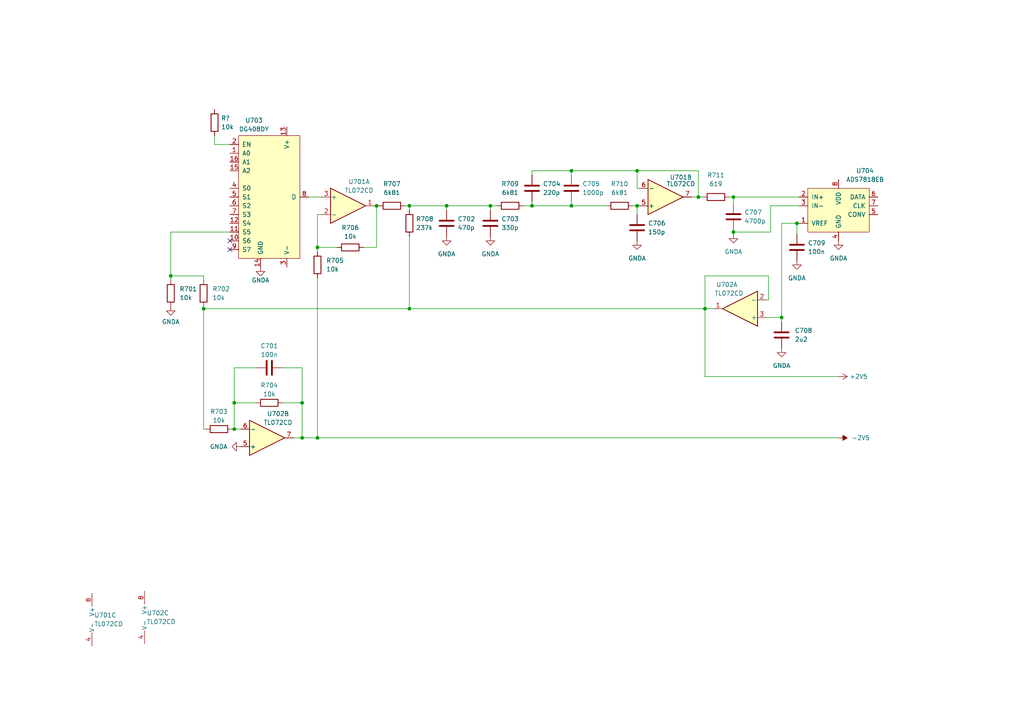
<source format=kicad_sch>
(kicad_sch (version 20230121) (generator eeschema)
  (paper "A4")
  (lib_symbols
    (symbol "Amplifier_Operational:TL072" (pin_names (offset 0.127))
      (property "Reference" "U" (at 0 5.08 0))
      (property "Value" "TL072" (at 0 -5.08 0))
      (symbol "TL072_1_1"
        (polyline (pts (xy -5.08 5.08) (xy 5.08 0) (xy -5.08 -5.08) (xy -5.08 5.08)) (stroke (width 0.254)) (fill (type background)))
        (pin output line (at 7.62 0 180) (length 2.54) (name "~") (number "1"))
        (pin input line (at -7.62 -2.54 0) (length 2.54) (name "-") (number "2"))
        (pin input line (at -7.62 2.54 0) (length 2.54) (name "+") (number "3"))
      )
      (symbol "TL072_2_1"
        (polyline (pts (xy -5.08 5.08) (xy 5.08 0) (xy -5.08 -5.08) (xy -5.08 5.08)) (stroke (width 0.254)) (fill (type background)))
        (pin input line (at -7.62 2.54 0) (length 2.54) (name "+") (number "5"))
        (pin input line (at -7.62 -2.54 0) (length 2.54) (name "-") (number "6"))
        (pin output line (at 7.62 0 180) (length 2.54) (name "~") (number "7"))
      )
      (symbol "TL072_3_1"
        (pin power_in line (at -2.54 -7.62 90) (length 3.81) (name "V-") (number "4"))
        (pin power_in line (at -2.54 7.62 270) (length 3.81) (name "V+") (number "8"))
      )
    )
    (symbol "Device:C" (pin_numbers hide) (pin_names (offset 0.254))
      (property "Reference" "C" (at 0.635 2.54 0))
      (property "Value" "C" (at 0.635 -2.54 0))
      (symbol "C_0_1"
        (polyline (pts (xy -2.032 -0.762) (xy 2.032 -0.762)) (stroke (width 0.508)))
        (polyline (pts (xy -2.032 0.762) (xy 2.032 0.762)) (stroke (width 0.508)))
      )
      (symbol "C_1_1"
        (pin passive line (at 0 3.81 270) (length 2.794) (name "~") (number "1"))
        (pin passive line (at 0 -3.81 90) (length 2.794) (name "~") (number "2"))
      )
    )
    (symbol "Device:R" (pin_numbers hide) (pin_names (offset 0))
      (property "Reference" "R" (at 2.032 0 90))
      (property "Value" "R" (at 0 0 90))
      (symbol "R_0_1"
        (rectangle (start -1.016 -2.54) (end 1.016 2.54) (stroke (width 0.254)))
      )
      (symbol "R_1_1"
        (pin passive line (at 0 3.81 270) (length 1.27) (name "~") (number "1"))
        (pin passive line (at 0 -3.81 90) (length 1.27) (name "~") (number "2"))
      )
    )
    (symbol "ETH1CFGEN1:ADS7818" (pin_names (offset 1.016))
      (property "Reference" "U" (at -6.35 7.62 0))
      (property "Value" "ADS7818" (at 6.35 7.62 0))
      (symbol "ADS7818_0_1"
        (rectangle (start -8.89 6.35) (end 8.89 -6.35) (fill (type background)))
      )
      (symbol "ADS7818_1_1"
        (pin output line (at -11.43 -3.81 0) (length 2.54) (name "VREF") (number "1"))
        (pin input line (at -11.43 3.81 0) (length 2.54) (name "IN+") (number "2"))
        (pin input line (at -11.43 1.27 0) (length 2.54) (name "IN-") (number "3"))
        (pin input line (at 0 -8.89 90) (length 2.54) (name "GND") (number "4"))
        (pin input line (at 11.43 -1.27 180) (length 2.54) (name "CONV") (number "5"))
        (pin input line (at 11.43 3.81 180) (length 2.54) (name "DATA") (number "6"))
        (pin input line (at 11.43 1.27 180) (length 2.54) (name "CLK") (number "7"))
        (pin passive line (at 0 8.89 270) (length 2.54) (name "VDD") (number "8"))
      )
    )
    (symbol "ETH1CFGEN1:DG408DY" (pin_names (offset 1.016))
      (property "Reference" "U" (at -7.62 19.05 0))
      (property "Value" "DG408DY" (at 0 0 0))
      (symbol "DG408DY_0_1"
        (rectangle (start -8.89 17.78) (end 8.89 -17.78) (fill (type background)))
      )
      (symbol "DG408DY_1_1"
        (pin input line (at -11.43 12.7 0) (length 2.54) (name "A0") (number "1"))
        (pin passive line (at -11.43 -12.7 0) (length 2.54) (name "S6") (number "10"))
        (pin passive line (at -11.43 -10.16 0) (length 2.54) (name "S5") (number "11"))
        (pin passive line (at -11.43 -7.62 0) (length 2.54) (name "S4") (number "12"))
        (pin passive line (at 5.08 20.32 270) (length 2.54) (name "V+") (number "13"))
        (pin passive line (at -2.54 -20.32 90) (length 2.54) (name "GND") (number "14"))
        (pin input line (at -11.43 7.62 0) (length 2.54) (name "A2") (number "15"))
        (pin input line (at -11.43 10.16 0) (length 2.54) (name "A1") (number "16"))
        (pin input line (at -11.43 15.24 0) (length 2.54) (name "EN") (number "2"))
        (pin passive line (at 5.08 -20.32 90) (length 2.54) (name "V-") (number "3"))
        (pin passive line (at -11.43 2.54 0) (length 2.54) (name "S0") (number "4"))
        (pin passive line (at -11.43 0 0) (length 2.54) (name "S1") (number "5"))
        (pin passive line (at -11.43 -2.54 0) (length 2.54) (name "S2") (number "6"))
        (pin passive line (at -11.43 -5.08 0) (length 2.54) (name "S3") (number "7"))
        (pin bidirectional line (at 11.43 0 180) (length 2.54) (name "D") (number "8"))
        (pin passive line (at -11.43 -15.24 0) (length 2.54) (name "S7") (number "9"))
      )
    )
    (symbol "power:+2V5" (power) (pin_names (offset 0))
      (property "Value" "+2V5" (at 0 3.556 0))
      (symbol "+2V5_0_1"
        (polyline (pts (xy -0.762 1.27) (xy 0 2.54)))
        (polyline (pts (xy 0 0) (xy 0 2.54)))
        (polyline (pts (xy 0 2.54) (xy 0.762 1.27)))
      )
      (symbol "+2V5_1_1"
        (pin power_in line (at 0 0 90) (length 0) hide (name "+2V5") (number "1"))
      )
    )
    (symbol "power:-2V5" (power) (pin_names (offset 0))
      (property "Value" "-2V5" (at 0 3.81 0))
      (symbol "-2V5_0_0"
        (pin power_in line (at 0 0 90) (length 0) hide (name "-2V5") (number "1"))
      )
      (symbol "-2V5_0_1"
        (polyline (pts (xy 0 0) (xy 0 1.27) (xy 0.762 1.27) (xy 0 2.54) (xy -0.762 1.27) (xy 0 1.27)) (fill (type outline)))
      )
    )
    (symbol "power:GNDA" (power) (pin_names (offset 0))
      (property "Value" "GNDA" (at 0 -3.81 0))
      (symbol "GNDA_0_1"
        (polyline (pts (xy 0 0) (xy 0 -1.27) (xy 1.27 -1.27) (xy 0 -2.54) (xy -1.27 -1.27) (xy 0 -1.27)))
      )
      (symbol "GNDA_1_1"
        (pin power_in line (at 0 0 270) (length 0) hide (name "GNDA") (number "1"))
      )
    )
  )
  (junction (at 87.63 127))
  (junction (at 142.24 59.69))
  (junction (at 154.305 59.69))
  (junction (at 129.54 59.69))
  (junction (at 231.14 64.77))
  (junction (at 204.47 89.535))
  (junction (at 202.565 57.15))
  (junction (at 87.63 116.84))
  (junction (at 49.53 80.01))
  (junction (at 67.945 124.46))
  (junction (at 59.055 89.535))
  (junction (at 118.745 59.69))
  (junction (at 165.735 49.53))
  (junction (at 165.735 59.69))
  (junction (at 184.785 59.69))
  (junction (at 226.695 92.075))
  (junction (at 212.725 57.15))
  (junction (at 184.785 49.53))
  (junction (at 92.075 127))
  (junction (at 118.745 89.535))
  (junction (at 92.075 71.755))
  (junction (at 212.725 67.31))
  (junction (at 109.22 59.69))
  (junction (at 67.945 116.84))
  (no_connect (at 66.675 72.39))
  (no_connect (at 66.675 69.85))
  (wire (pts (xy 59.055 89.535) (xy 118.745 89.535)))
  (wire (pts (xy 74.295 116.84) (xy 67.945 116.84)))
  (wire (pts (xy 183.515 59.69) (xy 184.785 59.69)))
  (wire (pts (xy 92.075 71.755) (xy 92.075 73.025)))
  (wire (pts (xy 204.47 89.535) (xy 204.47 109.22)))
  (wire (pts (xy 226.695 64.77) (xy 231.14 64.77)))
  (wire (pts (xy 87.63 106.68) (xy 87.63 116.84)))
  (wire (pts (xy 222.885 80.01) (xy 222.885 86.995)))
  (wire (pts (xy 87.63 116.84) (xy 81.915 116.84)))
  (wire (pts (xy 109.22 59.69) (xy 108.585 59.69)))
  (wire (pts (xy 212.725 67.31) (xy 212.725 67.945)))
  (wire (pts (xy 129.54 59.69) (xy 142.24 59.69)))
  (wire (pts (xy 212.725 57.15) (xy 211.455 57.15)))
  (wire (pts (xy 202.565 49.53) (xy 202.565 57.15)))
  (wire (pts (xy 97.79 71.755) (xy 92.075 71.755)))
  (wire (pts (xy 204.47 80.01) (xy 222.885 80.01)))
  (wire (pts (xy 204.47 109.22) (xy 243.205 109.22)))
  (wire (pts (xy 87.63 127) (xy 87.63 116.84)))
  (wire (pts (xy 184.785 49.53) (xy 184.785 54.61)))
  (wire (pts (xy 212.725 67.31) (xy 223.52 67.31)))
  (wire (pts (xy 62.23 41.91) (xy 62.23 39.37)))
  (wire (pts (xy 203.835 57.15) (xy 202.565 57.15)))
  (wire (pts (xy 117.475 59.69) (xy 118.745 59.69)))
  (wire (pts (xy 67.945 124.46) (xy 69.85 124.46)))
  (wire (pts (xy 165.735 50.8) (xy 165.735 49.53)))
  (wire (pts (xy 49.53 80.01) (xy 59.055 80.01)))
  (wire (pts (xy 59.055 124.46) (xy 59.055 89.535)))
  (wire (pts (xy 212.725 66.675) (xy 212.725 67.31)))
  (wire (pts (xy 129.54 59.69) (xy 118.745 59.69)))
  (wire (pts (xy 202.565 57.15) (xy 200.66 57.15)))
  (wire (pts (xy 92.075 80.645) (xy 92.075 127)))
  (wire (pts (xy 92.075 71.755) (xy 92.075 62.23)))
  (wire (pts (xy 81.915 106.68) (xy 87.63 106.68)))
  (wire (pts (xy 59.055 81.28) (xy 59.055 80.01)))
  (wire (pts (xy 49.53 80.01) (xy 49.53 81.28)))
  (wire (pts (xy 165.735 49.53) (xy 184.785 49.53)))
  (wire (pts (xy 154.305 58.42) (xy 154.305 59.69)))
  (wire (pts (xy 223.52 59.69) (xy 231.775 59.69)))
  (wire (pts (xy 154.305 49.53) (xy 154.305 50.8)))
  (wire (pts (xy 223.52 67.31) (xy 223.52 59.69)))
  (wire (pts (xy 89.535 57.15) (xy 93.345 57.15)))
  (wire (pts (xy 59.055 88.9) (xy 59.055 89.535)))
  (wire (pts (xy 118.745 89.535) (xy 118.745 68.58)))
  (wire (pts (xy 67.31 124.46) (xy 67.945 124.46)))
  (wire (pts (xy 222.25 92.075) (xy 226.695 92.075)))
  (wire (pts (xy 87.63 127) (xy 92.075 127)))
  (wire (pts (xy 165.735 59.69) (xy 175.895 59.69)))
  (wire (pts (xy 226.695 92.075) (xy 226.695 64.77)))
  (wire (pts (xy 92.075 127) (xy 243.205 127)))
  (wire (pts (xy 85.09 127) (xy 87.63 127)))
  (wire (pts (xy 226.695 92.075) (xy 226.695 93.345)))
  (wire (pts (xy 165.735 59.69) (xy 165.735 58.42)))
  (wire (pts (xy 67.945 106.68) (xy 67.945 116.84)))
  (wire (pts (xy 49.53 67.31) (xy 66.675 67.31)))
  (wire (pts (xy 154.305 59.69) (xy 165.735 59.69)))
  (wire (pts (xy 212.725 59.055) (xy 212.725 57.15)))
  (wire (pts (xy 184.785 59.69) (xy 185.42 59.69)))
  (wire (pts (xy 109.22 59.69) (xy 109.855 59.69)))
  (wire (pts (xy 184.785 62.23) (xy 184.785 59.69)))
  (wire (pts (xy 222.885 86.995) (xy 222.25 86.995)))
  (wire (pts (xy 49.53 67.31) (xy 49.53 80.01)))
  (wire (pts (xy 204.47 89.535) (xy 207.01 89.535)))
  (wire (pts (xy 66.675 41.91) (xy 62.23 41.91)))
  (wire (pts (xy 212.725 57.15) (xy 231.775 57.15)))
  (wire (pts (xy 151.765 59.69) (xy 154.305 59.69)))
  (wire (pts (xy 67.945 116.84) (xy 67.945 124.46)))
  (wire (pts (xy 129.54 60.96) (xy 129.54 59.69)))
  (wire (pts (xy 165.735 49.53) (xy 154.305 49.53)))
  (wire (pts (xy 59.69 124.46) (xy 59.055 124.46)))
  (wire (pts (xy 204.47 89.535) (xy 118.745 89.535)))
  (wire (pts (xy 184.785 49.53) (xy 202.565 49.53)))
  (wire (pts (xy 92.075 62.23) (xy 93.345 62.23)))
  (wire (pts (xy 142.24 59.69) (xy 144.145 59.69)))
  (wire (pts (xy 105.41 71.755) (xy 109.22 71.755)))
  (wire (pts (xy 67.945 106.68) (xy 74.295 106.68)))
  (wire (pts (xy 118.745 60.96) (xy 118.745 59.69)))
  (wire (pts (xy 231.14 64.77) (xy 231.775 64.77)))
  (wire (pts (xy 109.22 71.755) (xy 109.22 59.69)))
  (wire (pts (xy 184.785 54.61) (xy 185.42 54.61)))
  (wire (pts (xy 142.24 60.96) (xy 142.24 59.69)))
  (wire (pts (xy 204.47 80.01) (xy 204.47 89.535)))
  (wire (pts (xy 231.14 67.945) (xy 231.14 64.77)))
  (symbol (lib_id "Device:C") (at 212.725 62.865 0) (unit 1)
    (property "Reference" "C707" (at 215.9 61.595 0) (effects (justify left)))
    (property "Value" "4700p" (at 215.9 64.135 0) (effects (justify left)))
  )
  (symbol (lib_id "power:GNDA") (at 75.565 77.47 0) (unit 1)
    (property "Reference" "#PWR0703" (effects hide))
    (property "Value" "GNDA" (at 75.565 81.28 0))
  )
  (symbol (lib_id "Device:R") (at 113.665 59.69 90) (unit 1)
    (property "Reference" "R707" (at 113.665 53.34 90))
    (property "Value" "6k81" (at 113.665 55.88 90))
  )
  (symbol (lib_id "Amplifier_Operational:TL072") (at 77.47 127 0) (mirror x) (unit 2)
    (property "Reference" "U702" (at 80.645 120.015 0))
    (property "Value" "TL072CD" (at 80.645 122.555 0))
    (property "Datasheet" "http://www.ti.com/lit/ds/symlink/tl071.pdf" (effects hide))
  )
  (symbol (lib_id "power:-2V5") (at 243.205 127 270) (unit 1)
    (property "Reference" "#PWR0712" (effects hide))
    (property "Value" "-2V5" (at 247.015 127 90) (effects (justify left)))
  )
  (symbol (lib_id "Device:R") (at 63.5 124.46 90) (unit 1)
    (property "Reference" "R703" (at 63.5 119.38 90))
    (property "Value" "10k" (at 63.5 121.92 90))
  )
  (symbol (lib_id "power:GNDA") (at 142.24 68.58 0) (unit 1)
    (property "Reference" "#PWR0705" (effects hide))
    (property "Value" "GNDA" (at 142.24 73.66 0))
  )
  (symbol (lib_id "Device:C") (at 184.785 66.04 0) (unit 1)
    (property "Reference" "C706" (at 187.96 64.77 0) (effects (justify left)))
    (property "Value" "150p" (at 187.96 67.31 0) (effects (justify left)))
  )
  (symbol (lib_id "power:GNDA") (at 243.205 69.85 0) (unit 1)
    (property "Reference" "#PWR0710" (effects hide))
    (property "Value" "GNDA" (at 243.205 74.93 0))
  )
  (symbol (lib_id "Device:C") (at 142.24 64.77 0) (unit 1)
    (property "Reference" "C703" (at 145.415 63.5 0) (effects (justify left)))
    (property "Value" "330p" (at 145.415 66.04 0) (effects (justify left)))
  )
  (symbol (lib_id "power:+2V5") (at 243.205 109.22 270) (unit 1)
    (property "Reference" "#PWR0711" (effects hide))
    (property "Value" "+2V5" (at 246.38 109.22 90) (effects (justify left)))
  )
  (symbol (lib_id "power:GNDA") (at 231.14 75.565 0) (unit 1)
    (property "Reference" "#PWR0709" (effects hide))
    (property "Value" "GNDA" (at 231.14 80.645 0))
  )
  (symbol (lib_id "Device:C") (at 154.305 54.61 0) (unit 1)
    (property "Reference" "C704" (at 157.48 53.34 0) (effects (justify left)))
    (property "Value" "220p" (at 157.48 55.88 0) (effects (justify left)))
  )
  (symbol (lib_id "Amplifier_Operational:TL072") (at 193.04 57.15 0) (mirror x) (unit 2)
    (property "Reference" "U701" (at 197.485 51.435 0))
    (property "Value" "TL072CD" (at 197.485 53.34 0))
    (property "Datasheet" "http://www.ti.com/lit/ds/symlink/tl071.pdf" (effects hide))
  )
  (symbol (lib_id "power:GNDA") (at 226.695 100.965 0) (unit 1)
    (property "Reference" "#PWR0708" (effects hide))
    (property "Value" "GNDA" (at 226.695 106.045 0))
  )
  (symbol (lib_id "ETH1CFGEN1:ADS7818") (at 243.205 60.96 0) (unit 1)
    (property "Reference" "U704" (at 248.285 49.53 0) (effects (justify left)))
    (property "Value" "ADS7818EB" (at 245.3991 52.07 0) (effects (justify left)))
  )
  (symbol (lib_id "Amplifier_Operational:TL072") (at 100.965 59.69 0) (unit 1)
    (property "Reference" "U701" (at 104.14 52.705 0))
    (property "Value" "TL072CD" (at 104.14 55.245 0))
    (property "Datasheet" "http://www.ti.com/lit/ds/symlink/tl071.pdf" (effects hide))
  )
  (symbol (lib_id "Device:R") (at 147.955 59.69 90) (unit 1)
    (property "Reference" "R709" (at 147.955 53.34 90))
    (property "Value" "6k81" (at 147.955 55.88 90))
  )
  (symbol (lib_id "Device:R") (at 179.705 59.69 90) (unit 1)
    (property "Reference" "R710" (at 179.705 53.34 90))
    (property "Value" "6k81" (at 179.705 55.88 90))
  )
  (symbol (lib_id "Device:R") (at 118.745 64.77 0) (unit 1)
    (property "Reference" "R708" (at 120.65 63.5 0) (effects (justify left)))
    (property "Value" "237k" (at 120.65 66.04 0) (effects (justify left)))
  )
  (symbol (lib_id "Device:R") (at 49.53 85.09 0) (unit 1)
    (property "Reference" "R701" (at 52.07 83.82 0) (effects (justify left)))
    (property "Value" "10k" (at 52.07 86.36 0) (effects (justify left)))
  )
  (symbol (lib_id "power:GNDA") (at 212.725 67.945 0) (unit 1)
    (property "Reference" "#PWR0707" (effects hide))
    (property "Value" "GNDA" (at 212.725 73.025 0))
  )
  (symbol (lib_id "power:GNDA") (at 184.785 69.85 0) (unit 1)
    (property "Reference" "#PWR0706" (effects hide))
    (property "Value" "GNDA" (at 184.785 74.93 0))
  )
  (symbol (lib_id "ETH1CFGEN1:DG408DY") (at 78.105 57.15 0) (unit 1)
    (property "Reference" "U703" (at 73.66 34.925 0))
    (property "Value" "DG408DY" (at 73.66 37.465 0))
  )
  (symbol (lib_id "power:GNDA") (at 49.53 88.9 0) (unit 1)
    (property "Reference" "#PWR0701" (effects hide))
    (property "Value" "GNDA" (at 49.53 93.345 0))
  )
  (symbol (lib_id "power:GNDA") (at 129.54 68.58 0) (unit 1)
    (property "Reference" "#PWR0704" (effects hide))
    (property "Value" "GNDA" (at 129.54 73.66 0))
  )
  (symbol (lib_id "Device:R") (at 59.055 85.09 0) (unit 1)
    (property "Reference" "R702" (at 61.595 83.82 0) (effects (justify left)))
    (property "Value" "10k" (at 61.595 86.36 0) (effects (justify left)))
  )
  (symbol (lib_id "Device:R") (at 62.23 35.56 0) (unit 1)
    (property "Reference" "R?" (at 64.135 34.29 0) (effects (justify left)))
    (property "Value" "10k" (at 64.135 36.83 0) (effects (justify left)))
  )
  (symbol (lib_id "Amplifier_Operational:TL072") (at 29.21 179.705 0) (unit 3)
    (property "Reference" "U701" (at 27.305 178.435 0) (effects (justify left)))
    (property "Value" "TL072CD" (at 27.305 180.975 0) (effects (justify left)))
    (property "Datasheet" "http://www.ti.com/lit/ds/symlink/tl071.pdf" (effects hide))
  )
  (symbol (lib_id "Amplifier_Operational:TL072") (at 44.45 179.07 0) (unit 3)
    (property "Reference" "U702" (at 42.545 177.8 0) (effects (justify left)))
    (property "Value" "TL072CD" (at 42.545 180.34 0) (effects (justify left)))
    (property "Datasheet" "http://www.ti.com/lit/ds/symlink/tl071.pdf" (effects hide))
  )
  (symbol (lib_id "Device:C") (at 226.695 97.155 0) (unit 1)
    (property "Reference" "C708" (at 230.505 95.885 0) (effects (justify left)))
    (property "Value" "2u2" (at 230.505 98.425 0) (effects (justify left)))
  )
  (symbol (lib_id "Device:C") (at 231.14 71.755 0) (unit 1)
    (property "Reference" "C709" (at 234.315 70.485 0) (effects (justify left)))
    (property "Value" "100n" (at 234.315 73.025 0) (effects (justify left)))
  )
  (symbol (lib_id "Amplifier_Operational:TL072") (at 214.63 89.535 180) (unit 1)
    (property "Reference" "U702" (at 210.82 82.55 0))
    (property "Value" "TL072CD" (at 211.455 85.09 0))
    (property "Datasheet" "http://www.ti.com/lit/ds/symlink/tl071.pdf" (effects hide))
  )
  (symbol (lib_id "Device:C") (at 78.105 106.68 90) (unit 1)
    (property "Reference" "C701" (at 78.105 100.33 90))
    (property "Value" "100n" (at 78.105 102.87 90))
  )
  (symbol (lib_id "Device:R") (at 101.6 71.755 90) (unit 1)
    (property "Reference" "R706" (at 101.6 66.04 90))
    (property "Value" "10k" (at 101.6 68.58 90))
  )
  (symbol (lib_id "power:GNDA") (at 69.85 129.54 270) (unit 1)
    (property "Reference" "#PWR0702" (effects hide))
    (property "Value" "GNDA" (at 66.04 129.54 90) (effects (justify right)))
  )
  (symbol (lib_id "Device:C") (at 129.54 64.77 0) (unit 1)
    (property "Reference" "C702" (at 132.715 63.5 0) (effects (justify left)))
    (property "Value" "470p" (at 132.715 66.04 0) (effects (justify left)))
  )
  (symbol (lib_id "Device:R") (at 207.645 57.15 90) (unit 1)
    (property "Reference" "R711" (at 207.645 50.8 90))
    (property "Value" "619" (at 207.645 53.34 90))
  )
  (symbol (lib_id "Device:R") (at 78.105 116.84 90) (unit 1)
    (property "Reference" "R704" (at 78.105 111.76 90))
    (property "Value" "10k" (at 78.105 114.3 90))
  )
  (symbol (lib_id "Device:C") (at 165.735 54.61 0) (unit 1)
    (property "Reference" "C705" (at 168.91 53.34 0) (effects (justify left)))
    (property "Value" "1000p" (at 168.91 55.88 0) (effects (justify left)))
  )
  (symbol (lib_id "Device:R") (at 92.075 76.835 0) (unit 1)
    (property "Reference" "R705" (at 94.615 75.565 0) (effects (justify left)))
    (property "Value" "10k" (at 94.615 78.105 0) (effects (justify left)))
  )
)
</source>
